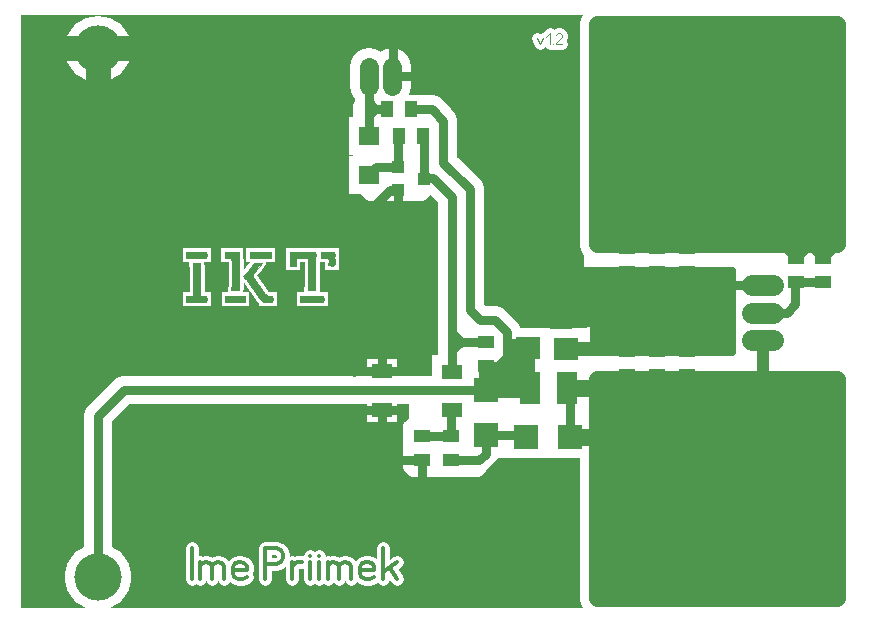
<source format=gbr>
%FSLAX34Y34*%
%MOMM*%
%LNCOPPER_BOTTOM*%
G71*
G01*
%ADD10C,3.000*%
%ADD11C,2.600*%
%ADD12C,2.600*%
%ADD13R,2.200X1.900*%
%ADD14C,1.600*%
%ADD15C,1.800*%
%ADD16R,2.550X3.600*%
%ADD17R,3.700X3.500*%
%ADD18R,3.600X3.600*%
%ADD19R,2.800X2.800*%
%ADD20R,3.400X2.900*%
%ADD21R,1.900X1.900*%
%ADD22R,1.900X2.200*%
%ADD23R,3.400X3.200*%
%ADD24C,3.200*%
%ADD25C,5.600*%
%ADD26C,2.200*%
%ADD27C,2.400*%
%ADD28C,2.000*%
%ADD29C,0.100*%
%ADD30C,0.500*%
%ADD31C,0.800*%
%ADD32R,2.600X2.100*%
%ADD33C,0.911*%
%ADD34C,1.000*%
%ADD35C,0.200*%
%ADD36C,1.133*%
%ADD37C,1.200*%
%ADD38C,1.300*%
%ADD39C,0.650*%
%ADD40C,1.400*%
%ADD41C,1.000*%
%ADD42R,1.400X1.100*%
%ADD43R,1.750X2.800*%
%ADD44R,2.100X1.900*%
%ADD45R,2.000X2.000*%
%ADD46R,1.800X1.300*%
%ADD47R,1.100X1.100*%
%ADD48R,1.100X1.400*%
%ADD49R,1.800X1.600*%
%ADD50C,4.000*%
%ADD51C,2.100*%
%ADD52C,0.111*%
%ADD53C,0.333*%
%ADD54C,0.600*%
%ADD55C,0.700*%
%ADD56C,0.050*%
%LPD*%
G36*
X0Y1000000D02*
X700000Y1000000D01*
X700000Y498000D01*
X0Y498000D01*
X0Y1000000D01*
G37*
%LPC*%
G36*
X487362Y992188D02*
X690562Y992188D01*
X690562Y806450D01*
X487362Y806450D01*
X487362Y992188D01*
G37*
G54D10*
X487362Y992188D02*
X690562Y992188D01*
X690562Y806450D01*
X487362Y806450D01*
X487362Y992188D01*
X588962Y947738D02*
G54D11*
D03*
G54D12*
X636838Y771300D02*
X618838Y771300D01*
G54D12*
X636838Y748300D02*
X618838Y748300D01*
G54D12*
X636838Y725300D02*
X618838Y725300D01*
X656412Y773925D02*
G54D13*
D03*
X656412Y794525D02*
G54D13*
D03*
X678638Y773925D02*
G54D13*
D03*
X678638Y794525D02*
G54D13*
D03*
G54D14*
X678638Y794525D02*
X666712Y806450D01*
X665162Y806450D01*
G54D14*
X678638Y794525D02*
X690562Y806450D01*
G54D14*
X656412Y794525D02*
X666712Y804825D01*
X666712Y806450D01*
G54D14*
X656412Y794525D02*
X644488Y806450D01*
X642938Y806450D01*
G54D15*
X627838Y725300D02*
X627838Y685800D01*
X627062Y685800D01*
G54D14*
X627838Y748300D02*
X648288Y748300D01*
X655638Y755650D01*
X655638Y773150D01*
X656412Y773925D01*
X678638Y773925D01*
X512762Y782638D02*
G54D13*
D03*
X512762Y803238D02*
G54D13*
D03*
X538162Y782638D02*
G54D13*
D03*
X538162Y803238D02*
G54D13*
D03*
X563562Y782638D02*
G54D13*
D03*
X563562Y803238D02*
G54D13*
D03*
X512762Y695325D02*
G54D13*
D03*
X512762Y715925D02*
G54D13*
D03*
X538162Y695325D02*
G54D13*
D03*
X538162Y715925D02*
G54D13*
D03*
X563562Y695325D02*
G54D13*
D03*
X563562Y715925D02*
G54D13*
D03*
G54D14*
X627838Y771300D02*
X573312Y771300D01*
X573088Y771525D01*
X461962Y684212D02*
G54D16*
D03*
X430962Y684212D02*
G54D16*
D03*
X429094Y717849D02*
G54D17*
D03*
X461594Y717749D02*
G54D17*
D03*
X465138Y642938D02*
G54D18*
D03*
X427538Y642838D02*
G54D18*
D03*
X393900Y682326D02*
G54D19*
D03*
X394000Y644726D02*
G54D19*
D03*
X364312Y643712D02*
G54D13*
D03*
X364312Y623112D02*
G54D13*
D03*
X339725Y623094D02*
G54D13*
D03*
X339725Y643694D02*
G54D13*
D03*
X364657Y665531D02*
G54D20*
D03*
X364757Y698031D02*
G54D20*
D03*
X318940Y871240D02*
G54D21*
D03*
X318940Y852240D02*
G54D21*
D03*
X341140Y861740D02*
G54D21*
D03*
X393900Y703064D02*
G54D13*
D03*
X393900Y723664D02*
G54D13*
D03*
X340371Y897434D02*
G54D22*
D03*
X319771Y897434D02*
G54D22*
D03*
X294336Y864892D02*
G54D23*
D03*
X294436Y897392D02*
G54D23*
D03*
X330200Y920750D02*
G54D22*
D03*
X309600Y920750D02*
G54D22*
D03*
G54D24*
X314481Y940405D02*
X314481Y956405D01*
G54D24*
X294481Y940405D02*
X294481Y956405D01*
X65424Y971337D02*
G54D25*
D03*
X65424Y524337D02*
G54D25*
D03*
G36*
X690562Y506412D02*
X487362Y506412D01*
X487362Y692150D01*
X690562Y692150D01*
X690562Y506412D01*
G37*
G54D10*
X690562Y506412D02*
X487362Y506412D01*
X487362Y692150D01*
X690562Y692150D01*
X690562Y506412D01*
X588962Y550862D02*
G54D11*
D03*
G54D14*
X465138Y642938D02*
X465138Y681038D01*
X461962Y684212D01*
G54D26*
X461962Y684212D02*
X492000Y684212D01*
X492125Y684088D01*
G54D14*
X393900Y682326D02*
X429076Y682326D01*
X430962Y684212D01*
G54D14*
X394000Y644726D02*
X425649Y644726D01*
X427538Y642838D01*
G54D14*
X318940Y871240D02*
X318940Y896603D01*
X319771Y897434D01*
G54D14*
X341140Y861740D02*
X341140Y896666D01*
X340371Y897434D01*
G54D14*
X364312Y623112D02*
X388161Y623112D01*
X393700Y628650D01*
X393700Y644426D01*
X394000Y644726D01*
G54D14*
X339725Y643694D02*
X364294Y643694D01*
X364312Y643712D01*
G54D14*
X364312Y643712D02*
X364312Y665186D01*
X364657Y665531D01*
G54D14*
X393900Y682326D02*
X393900Y703064D01*
G54D14*
X393900Y723664D02*
X372467Y723664D01*
X366136Y717333D01*
G54D14*
X372467Y723664D02*
X372467Y723702D01*
X366136Y730033D01*
G54D14*
X430962Y684212D02*
X430962Y709531D01*
X430212Y710281D01*
G54D27*
X294436Y897392D02*
X294436Y934866D01*
X294481Y948405D01*
G54D14*
X393900Y703064D02*
X403819Y703064D01*
X411162Y710407D01*
X430087Y710407D01*
X430212Y710281D01*
G36*
X393900Y703064D02*
X403819Y703064D01*
X411162Y710407D01*
X430087Y710407D01*
X430212Y710281D01*
X430212Y684962D01*
X430962Y684212D01*
X395786Y684212D01*
X393900Y682326D01*
X393900Y703064D01*
G37*
G54D14*
X393900Y703064D02*
X403819Y703064D01*
X411162Y710407D01*
X430087Y710407D01*
X430212Y710281D01*
X430212Y684962D01*
X430962Y684212D01*
X395786Y684212D01*
X393900Y682326D01*
X393900Y703064D01*
G54D27*
X309600Y920750D02*
X300038Y920750D01*
X294481Y926307D01*
G54D27*
X300038Y920750D02*
X294481Y915194D01*
G54D27*
X364757Y698031D02*
X364757Y846506D01*
X349250Y862013D01*
X341412Y862013D01*
X341140Y861740D01*
G54D14*
X429094Y717849D02*
X412255Y717849D01*
X411956Y717550D01*
G54D14*
X390922Y701676D02*
X390922Y690960D01*
X387947Y687785D01*
G54D27*
X330200Y920750D02*
X347662Y920750D01*
X357584Y910829D01*
X357584Y875110D01*
X380206Y852488D01*
X380206Y750491D01*
X388541Y742157D01*
X401241Y742157D01*
X411560Y731838D01*
X411560Y710804D01*
X403819Y703064D01*
G54D14*
X427434Y722710D02*
X413941Y722710D01*
G54D14*
X400050Y679847D02*
X428228Y679847D01*
X429022Y679054D01*
G54D27*
X393900Y682326D02*
X87388Y682326D01*
X65400Y660338D01*
X65400Y524361D01*
X65424Y524337D01*
G54D14*
X294336Y864892D02*
X300684Y871240D01*
X318940Y871240D01*
G54D28*
X461605Y717738D02*
X495000Y717738D01*
G36*
X477000Y999938D02*
X699200Y999938D01*
X699400Y785938D01*
X476800Y787338D01*
X477000Y999938D01*
G37*
G54D29*
X477000Y999938D02*
X699200Y999938D01*
X699400Y785938D01*
X476800Y787338D01*
X477000Y999938D01*
G36*
X477000Y710738D02*
X699200Y710738D01*
X699200Y499138D01*
X477000Y499138D01*
X477000Y710738D01*
G37*
G54D29*
X477000Y710738D02*
X699200Y710738D01*
X699200Y499138D01*
X477000Y499138D01*
X477000Y710738D01*
G36*
X508825Y824738D02*
X698825Y824738D01*
X698825Y647538D01*
X508825Y647538D01*
X508825Y824738D01*
G37*
G54D29*
X508825Y824738D02*
X698825Y824738D01*
X698825Y647538D01*
X508825Y647538D01*
X508825Y824738D01*
G36*
X364757Y698031D02*
X364325Y698464D01*
X364325Y754538D01*
X365912Y756125D01*
X380206Y756119D01*
X380206Y750491D01*
X402828Y750094D01*
X423785Y729138D01*
X484975Y733106D01*
X484975Y708500D01*
X477038Y700562D01*
X477038Y630712D01*
X473388Y627857D01*
X403225Y627857D01*
X387824Y611662D01*
X330988Y611662D01*
X326225Y616425D01*
X326225Y652938D01*
X330988Y657700D01*
X330988Y673575D01*
X364757Y677182D01*
X364757Y698031D01*
G37*
G54D30*
X364757Y698031D02*
X364325Y698464D01*
X364325Y754538D01*
X365912Y756125D01*
X380206Y756119D01*
X380206Y750491D01*
X402828Y750094D01*
X423785Y729138D01*
X484975Y733106D01*
X484975Y708500D01*
X477038Y700562D01*
X477038Y630712D01*
X473388Y627857D01*
X403225Y627857D01*
X387824Y611662D01*
X330988Y611662D01*
X326225Y616425D01*
X326225Y652938D01*
X330988Y657700D01*
X330988Y673575D01*
X364757Y677182D01*
X364757Y698031D01*
G36*
X294436Y934866D02*
X283362Y923793D01*
X283362Y856138D01*
X294475Y845025D01*
X340512Y845025D01*
X357584Y862097D01*
X357584Y910829D01*
X339250Y929162D01*
X300825Y929162D01*
X297650Y925988D01*
X288125Y925988D01*
X294436Y934866D01*
G37*
G54D30*
X294436Y934866D02*
X283362Y923793D01*
X283362Y856138D01*
X294475Y845025D01*
X340512Y845025D01*
X357584Y862097D01*
X357584Y910829D01*
X339250Y929162D01*
X300825Y929162D01*
X297650Y925988D01*
X288125Y925988D01*
X294436Y934866D01*
G36*
X314481Y948405D02*
X315112Y947774D01*
X315112Y922812D01*
X296062Y922812D01*
X294481Y924394D01*
X294481Y948405D01*
X314481Y948405D01*
G37*
G54D31*
X314481Y948405D02*
X315112Y947774D01*
X315112Y922812D01*
X296062Y922812D01*
X294481Y924394D01*
X294481Y948405D01*
X314481Y948405D01*
X305914Y666006D02*
G54D32*
D03*
X306014Y698506D02*
G54D32*
D03*
G54D26*
X465138Y642938D02*
X495175Y642938D01*
X495300Y642812D01*
G54D33*
X436916Y980807D02*
X439582Y975807D01*
X442249Y980807D01*
G54D33*
X444692Y981363D02*
X448026Y984696D01*
X448026Y975807D01*
G54D33*
X450470Y975807D02*
X450470Y975807D01*
G54D33*
X458247Y975807D02*
X452914Y975807D01*
X452914Y976363D01*
X453580Y977474D01*
X457580Y980807D01*
X458247Y981918D01*
X458247Y983029D01*
X457580Y984140D01*
X456247Y984696D01*
X454914Y984696D01*
X453580Y984140D01*
X452914Y983029D01*
G36*
X5000Y492000D02*
X704000Y492000D01*
X7000Y492000D01*
X8000Y492000D01*
X5000Y492000D01*
G37*
G36*
X704000Y492000D02*
X704000Y995000D01*
X704000Y492000D01*
G37*
G54D34*
X704000Y492000D02*
X704000Y995000D01*
X704000Y492000D01*
G36*
X704000Y497000D02*
X704000Y452000D01*
X1000Y452000D01*
X1000Y496000D01*
X704000Y497000D01*
G37*
G54D35*
X704000Y497000D02*
X704000Y452000D01*
X1000Y452000D01*
X1000Y496000D01*
X704000Y497000D01*
G36*
X744000Y999000D02*
X744000Y452000D01*
X704000Y452000D01*
X704000Y999000D01*
X744000Y999000D01*
G37*
G54D35*
X744000Y999000D02*
X744000Y452000D01*
X704000Y452000D01*
X704000Y999000D01*
X744000Y999000D01*
G54D36*
X144508Y522334D02*
X144508Y549001D01*
G54D36*
X151841Y522334D02*
X151841Y537334D01*
G54D36*
X151841Y534667D02*
X155841Y537334D01*
X159841Y536334D01*
X161841Y534001D01*
X161841Y522334D01*
G54D36*
X161841Y534667D02*
X165841Y537334D01*
X169841Y536334D01*
X171841Y534001D01*
X171841Y522334D01*
G54D36*
X191174Y524001D02*
X187974Y522334D01*
X183974Y522334D01*
X179974Y524001D01*
X179174Y527334D01*
X179174Y533001D01*
X181174Y536334D01*
X185174Y537334D01*
X189174Y536334D01*
X191174Y534001D01*
X191174Y530667D01*
X179174Y530667D01*
G54D36*
X206240Y522334D02*
X206240Y549001D01*
X216240Y549001D01*
X220240Y547334D01*
X222240Y544001D01*
X222240Y540667D01*
X220240Y537334D01*
X216240Y535667D01*
X206240Y535667D01*
G54D36*
X229573Y522334D02*
X229573Y537334D01*
G54D36*
X229573Y534001D02*
X233573Y537334D01*
X237573Y537334D01*
G54D36*
X244906Y522334D02*
X244906Y537334D01*
G54D36*
X244906Y542334D02*
X244906Y542334D01*
G54D36*
X252239Y522334D02*
X252239Y537334D01*
G54D36*
X252239Y542334D02*
X252239Y542334D01*
G54D36*
X259572Y522334D02*
X259572Y537334D01*
G54D36*
X259572Y534667D02*
X263572Y537334D01*
X267572Y536334D01*
X269572Y534001D01*
X269572Y522334D01*
G54D36*
X269572Y534667D02*
X273572Y537334D01*
X277572Y536334D01*
X279572Y534001D01*
X279572Y522334D01*
G54D36*
X298905Y524001D02*
X295705Y522334D01*
X291705Y522334D01*
X287705Y524001D01*
X286905Y527334D01*
X286905Y533001D01*
X288905Y536334D01*
X292905Y537334D01*
X296905Y536334D01*
X298905Y534001D01*
X298905Y530667D01*
X286905Y530667D01*
G54D36*
X306238Y522334D02*
X306238Y549001D01*
G54D36*
X312238Y532334D02*
X318238Y522334D01*
G54D36*
X306238Y529001D02*
X318238Y537334D01*
G54D37*
X142900Y796900D02*
X154600Y796900D01*
G36*
X142900Y802900D02*
X142900Y790900D01*
X136900Y790900D01*
X136900Y802900D01*
X142900Y802900D01*
G37*
G36*
X154600Y790900D02*
X154600Y802900D01*
X160600Y802900D01*
X160600Y790900D01*
X154600Y790900D01*
G37*
G54D37*
X175600Y796900D02*
X182200Y796900D01*
G36*
X175600Y802900D02*
X175600Y790900D01*
X169600Y790900D01*
X169600Y802900D01*
X175600Y802900D01*
G37*
G36*
X182200Y790900D02*
X182200Y802900D01*
X188200Y802900D01*
X188200Y790900D01*
X182200Y790900D01*
G37*
G54D37*
X196900Y796900D02*
X209300Y796900D01*
G36*
X196900Y802900D02*
X196900Y790900D01*
X190900Y790900D01*
X190900Y802900D01*
X196900Y802900D01*
G37*
G36*
X209300Y790900D02*
X209300Y802900D01*
X215300Y802900D01*
X215300Y790900D01*
X209300Y790900D01*
G37*
G54D37*
X230500Y796900D02*
X247000Y796900D01*
G36*
X230500Y802900D02*
X230500Y790900D01*
X224500Y790900D01*
X224500Y802900D01*
X230500Y802900D01*
G37*
G36*
X247000Y790900D02*
X247000Y802900D01*
X253000Y802900D01*
X253000Y790900D01*
X247000Y790900D01*
G37*
G54D37*
X256700Y796900D02*
X263100Y796900D01*
G36*
X256700Y802900D02*
X256700Y790900D01*
X250700Y790900D01*
X250700Y802900D01*
X256700Y802900D01*
G37*
G36*
X263100Y790900D02*
X263100Y802900D01*
X269100Y802900D01*
X269100Y790900D01*
X263100Y790900D01*
G37*
G54D38*
X148800Y787100D02*
X148800Y760200D01*
G36*
X155300Y787100D02*
X142300Y787100D01*
X142300Y793600D01*
X155300Y793600D01*
X155300Y787100D01*
G37*
G36*
X142300Y760200D02*
X155300Y760200D01*
X155300Y753700D01*
X142300Y753700D01*
X142300Y760200D01*
G37*
G54D38*
X181700Y792000D02*
X181700Y770000D01*
G36*
X188200Y792000D02*
X175200Y792000D01*
X175200Y798500D01*
X188200Y798500D01*
X188200Y792000D01*
G37*
G36*
X175200Y770000D02*
X188200Y770000D01*
X188200Y763500D01*
X175200Y763500D01*
X175200Y770000D01*
G37*
G54D38*
X246500Y792700D02*
X246500Y769900D01*
G36*
X253000Y792700D02*
X240000Y792700D01*
X240000Y799200D01*
X253000Y799200D01*
X253000Y792700D01*
G37*
G36*
X240000Y769900D02*
X253000Y769900D01*
X253000Y763400D01*
X240000Y763400D01*
X240000Y769900D01*
G37*
G54D37*
X230500Y792500D02*
X230500Y790200D01*
G36*
X236500Y792500D02*
X224500Y792500D01*
X224500Y798500D01*
X236500Y798500D01*
X236500Y792500D01*
G37*
G36*
X224500Y790200D02*
X236500Y790200D01*
X236500Y784200D01*
X224500Y784200D01*
X224500Y790200D01*
G37*
G54D37*
X263100Y792700D02*
X263100Y790600D01*
G36*
X269100Y792700D02*
X257100Y792700D01*
X257100Y798700D01*
X269100Y798700D01*
X269100Y792700D01*
G37*
G36*
X257100Y790600D02*
X269100Y790600D01*
X269100Y784600D01*
X257100Y784600D01*
X257100Y790600D01*
G37*
G54D37*
X239400Y759700D02*
X253800Y759700D01*
G36*
X239400Y765700D02*
X239400Y753700D01*
X233400Y753700D01*
X233400Y765700D01*
X239400Y765700D01*
G37*
G36*
X253800Y753700D02*
X253800Y765700D01*
X259800Y765700D01*
X259800Y753700D01*
X253800Y753700D01*
G37*
G54D37*
X142900Y759700D02*
X154700Y759700D01*
G36*
X142900Y765700D02*
X142900Y753700D01*
X136900Y753700D01*
X136900Y765700D01*
X142900Y765700D01*
G37*
G36*
X154700Y753700D02*
X154700Y765700D01*
X160700Y765700D01*
X160700Y753700D01*
X154700Y753700D01*
G37*
G54D37*
X175900Y759700D02*
X187300Y759700D01*
G36*
X175900Y765700D02*
X175900Y753700D01*
X169900Y753700D01*
X169900Y765700D01*
X175900Y765700D01*
G37*
G36*
X187300Y753700D02*
X187300Y765700D01*
X193300Y765700D01*
X193300Y753700D01*
X187300Y753700D01*
G37*
G54D37*
X207500Y759700D02*
X210500Y759700D01*
G36*
X207500Y765700D02*
X207500Y753700D01*
X201500Y753700D01*
X201500Y765700D01*
X207500Y765700D01*
G37*
G36*
X210500Y753700D02*
X210500Y765700D01*
X216500Y765700D01*
X216500Y753700D01*
X210500Y753700D01*
G37*
G54D38*
X192700Y778200D02*
X205200Y761600D01*
G36*
X197892Y782110D02*
X187508Y774290D01*
X183598Y779482D01*
X193982Y787302D01*
X197892Y782110D01*
G37*
G36*
X200008Y757690D02*
X210392Y765510D01*
X214302Y760318D01*
X203918Y752498D01*
X200008Y757690D01*
G37*
G54D37*
X192017Y779152D02*
X197500Y785900D01*
G36*
X187360Y782935D02*
X196673Y775368D01*
X192890Y770711D01*
X183576Y778279D01*
X187360Y782935D01*
G37*
G36*
X202157Y782116D02*
X192843Y789684D01*
X196627Y794340D01*
X205940Y786773D01*
X202157Y782116D01*
G37*
G36*
X197234Y789935D02*
X204400Y789900D01*
X201533Y786502D01*
X197300Y789900D01*
X197234Y789935D01*
G37*
G54D39*
X197234Y789935D02*
X204400Y789900D01*
X201533Y786502D01*
X197300Y789900D01*
X197234Y789935D01*
%LPD*%
G36*
X487362Y992188D02*
X690562Y992188D01*
X690562Y806450D01*
X487362Y806450D01*
X487362Y992188D01*
G37*
G54D40*
X487362Y992188D02*
X690562Y992188D01*
X690562Y806450D01*
X487362Y806450D01*
X487362Y992188D01*
X588962Y947738D02*
G54D41*
D03*
G54D15*
X636838Y771300D02*
X618838Y771300D01*
G54D15*
X636838Y748300D02*
X618838Y748300D01*
G54D15*
X636838Y725300D02*
X618838Y725300D01*
X656412Y773925D02*
G54D42*
D03*
X656412Y794525D02*
G54D42*
D03*
X678638Y773925D02*
G54D42*
D03*
X678638Y794525D02*
G54D42*
D03*
G54D31*
X678638Y794525D02*
X666712Y806450D01*
X665162Y806450D01*
G54D31*
X678638Y794525D02*
X690562Y806450D01*
G54D31*
X656412Y794525D02*
X666712Y804825D01*
X666712Y806450D01*
G54D31*
X656412Y794525D02*
X644488Y806450D01*
X642938Y806450D01*
G54D34*
X627838Y725300D02*
X627838Y685800D01*
X627062Y685800D01*
G54D31*
X627838Y748300D02*
X648288Y748300D01*
X655638Y755650D01*
X655638Y773150D01*
X656412Y773925D01*
X678638Y773925D01*
X512762Y782638D02*
G54D42*
D03*
X512762Y803238D02*
G54D42*
D03*
X538162Y782638D02*
G54D42*
D03*
X538162Y803238D02*
G54D42*
D03*
X563562Y782638D02*
G54D42*
D03*
X563562Y803238D02*
G54D42*
D03*
X512762Y695325D02*
G54D42*
D03*
X512762Y715925D02*
G54D42*
D03*
X538162Y695325D02*
G54D42*
D03*
X538162Y715925D02*
G54D42*
D03*
X563562Y695325D02*
G54D42*
D03*
X563562Y715925D02*
G54D42*
D03*
G36*
X484188Y784225D02*
X603250Y784225D01*
X603250Y714375D01*
X484188Y714375D01*
X484188Y784225D01*
G37*
G54D30*
X484188Y784225D02*
X603250Y784225D01*
X603250Y714375D01*
X484188Y714375D01*
X484188Y784225D01*
G54D31*
X627838Y771300D02*
X573312Y771300D01*
X573088Y771525D01*
X461962Y684212D02*
G54D43*
D03*
X430962Y684212D02*
G54D43*
D03*
X429094Y717849D02*
G54D44*
D03*
X461594Y717749D02*
G54D44*
D03*
X465138Y642938D02*
G54D45*
D03*
X427538Y642838D02*
G54D45*
D03*
X393900Y682326D02*
G54D45*
D03*
X394000Y644726D02*
G54D45*
D03*
X364312Y643712D02*
G54D42*
D03*
X364312Y623112D02*
G54D42*
D03*
X339725Y623094D02*
G54D42*
D03*
X339725Y643694D02*
G54D42*
D03*
X364657Y665531D02*
G54D46*
D03*
X364757Y698031D02*
G54D46*
D03*
X318940Y871240D02*
G54D47*
D03*
X318940Y852240D02*
G54D47*
D03*
X341140Y861740D02*
G54D47*
D03*
X393900Y703064D02*
G54D42*
D03*
X393900Y723664D02*
G54D42*
D03*
X340371Y897434D02*
G54D48*
D03*
X319771Y897434D02*
G54D48*
D03*
X294336Y864892D02*
G54D49*
D03*
X294436Y897392D02*
G54D49*
D03*
X330200Y920750D02*
G54D48*
D03*
X309600Y920750D02*
G54D48*
D03*
G54D14*
X314481Y940405D02*
X314481Y956405D01*
G54D14*
X294481Y940405D02*
X294481Y956405D01*
X65424Y971337D02*
G54D50*
D03*
X65424Y524337D02*
G54D50*
D03*
G36*
X690562Y506412D02*
X487362Y506412D01*
X487362Y692150D01*
X690562Y692150D01*
X690562Y506412D01*
G37*
G54D40*
X690562Y506412D02*
X487362Y506412D01*
X487362Y692150D01*
X690562Y692150D01*
X690562Y506412D01*
X588962Y550862D02*
G54D41*
D03*
G54D31*
X465138Y642938D02*
X465138Y681038D01*
X461962Y684212D01*
G54D40*
X461962Y684212D02*
X492000Y684212D01*
X492125Y684088D01*
G54D31*
X393900Y682326D02*
X429076Y682326D01*
X430962Y684212D01*
G54D31*
X394000Y644726D02*
X425649Y644726D01*
X427538Y642838D01*
G54D31*
X318940Y871240D02*
X318940Y896603D01*
X319771Y897434D01*
G54D31*
X341140Y861740D02*
X341140Y896666D01*
X340371Y897434D01*
G54D31*
X364312Y623112D02*
X388161Y623112D01*
X393700Y628650D01*
X393700Y644426D01*
X394000Y644726D01*
G54D31*
X339725Y643694D02*
X364294Y643694D01*
X364312Y643712D01*
G54D31*
X364312Y643712D02*
X364312Y665186D01*
X364657Y665531D01*
G54D31*
X393900Y682326D02*
X393900Y703064D01*
G54D31*
X393900Y723664D02*
X372467Y723664D01*
X366136Y717333D01*
G54D31*
X372467Y723664D02*
X372467Y723702D01*
X366136Y730033D01*
G54D31*
X430962Y684212D02*
X430962Y709531D01*
X430212Y710281D01*
G54D31*
X294436Y897392D02*
X294436Y934866D01*
X294481Y948405D01*
G54D31*
X393900Y703064D02*
X403819Y703064D01*
X411162Y710407D01*
X430087Y710407D01*
X430212Y710281D01*
G36*
X393900Y703064D02*
X403819Y703064D01*
X411162Y710407D01*
X430087Y710407D01*
X430212Y710281D01*
X430212Y684962D01*
X430962Y684212D01*
X395786Y684212D01*
X393900Y682326D01*
X393900Y703064D01*
G37*
G54D31*
X393900Y703064D02*
X403819Y703064D01*
X411162Y710407D01*
X430087Y710407D01*
X430212Y710281D01*
X430212Y684962D01*
X430962Y684212D01*
X395786Y684212D01*
X393900Y682326D01*
X393900Y703064D01*
G54D31*
X309600Y920750D02*
X300038Y920750D01*
X294481Y926307D01*
G54D31*
X300038Y920750D02*
X294481Y915194D01*
G54D31*
X364757Y698031D02*
X364757Y846506D01*
X349250Y862013D01*
X341412Y862013D01*
X341140Y861740D01*
G54D31*
X429094Y717849D02*
X412255Y717849D01*
X411956Y717550D01*
G54D31*
X390922Y701676D02*
X390922Y690960D01*
X387947Y687785D01*
G54D31*
X330200Y920750D02*
X347662Y920750D01*
X357584Y910829D01*
X357584Y875110D01*
X380206Y852488D01*
X380206Y750491D01*
X388541Y742157D01*
X401241Y742157D01*
X411560Y731838D01*
X411560Y710804D01*
X403819Y703064D01*
G54D31*
X427434Y722710D02*
X413941Y722710D01*
G54D31*
X400050Y679847D02*
X428228Y679847D01*
X429022Y679054D01*
G54D31*
X393900Y682326D02*
X87388Y682326D01*
X65400Y660338D01*
X65400Y524361D01*
X65424Y524337D01*
G54D31*
X294336Y864892D02*
X300684Y871240D01*
X318940Y871240D01*
G54D37*
X461605Y717738D02*
X495000Y717738D01*
G54D31*
X314481Y948405D02*
X314674Y948212D01*
X340512Y948212D01*
G54D31*
X314481Y948405D02*
X315112Y949036D01*
X315112Y973612D01*
G54D31*
X318940Y852240D02*
X318940Y830738D01*
X319875Y830738D01*
G54D31*
X318940Y852240D02*
X312803Y852240D01*
X294475Y833912D01*
G54D51*
X24600Y972025D02*
X121438Y972025D01*
G54D51*
X65424Y971337D02*
X65424Y923264D01*
X65875Y924400D01*
X305914Y666006D02*
G54D46*
D03*
X306014Y698506D02*
G54D46*
D03*
G54D31*
X306014Y698506D02*
X282100Y698506D01*
X281775Y698181D01*
G54D31*
X306014Y698506D02*
X333694Y698506D01*
X334956Y699769D01*
G54D31*
X306014Y698506D02*
X306014Y719245D01*
X306381Y719612D01*
G54D31*
X305914Y666006D02*
X305914Y643086D01*
X307175Y641825D01*
G54D31*
X305914Y666006D02*
X280556Y666006D01*
X280188Y665638D01*
G54D31*
X305914Y666006D02*
X324269Y666006D01*
X323844Y661669D01*
G54D31*
X339725Y623094D02*
X339719Y596581D01*
G54D31*
X339725Y623094D02*
X313050Y623094D01*
X312731Y622775D01*
G54D40*
X465138Y642938D02*
X495175Y642938D01*
X495300Y642812D01*
G54D52*
X436916Y980807D02*
X439582Y975807D01*
X442249Y980807D01*
G54D52*
X444692Y981363D02*
X448026Y984696D01*
X448026Y975807D01*
G54D52*
X450470Y975807D02*
X450470Y975807D01*
G54D52*
X458247Y975807D02*
X452914Y975807D01*
X452914Y976363D01*
X453580Y977474D01*
X457580Y980807D01*
X458247Y981918D01*
X458247Y983029D01*
X457580Y984140D01*
X456247Y984696D01*
X454914Y984696D01*
X453580Y984140D01*
X452914Y983029D01*
G54D53*
X144508Y522334D02*
X144508Y549001D01*
G54D53*
X151841Y522334D02*
X151841Y537334D01*
G54D53*
X151841Y534667D02*
X155841Y537334D01*
X159841Y536334D01*
X161841Y534001D01*
X161841Y522334D01*
G54D53*
X161841Y534667D02*
X165841Y537334D01*
X169841Y536334D01*
X171841Y534001D01*
X171841Y522334D01*
G54D53*
X191174Y524001D02*
X187974Y522334D01*
X183974Y522334D01*
X179974Y524001D01*
X179174Y527334D01*
X179174Y533001D01*
X181174Y536334D01*
X185174Y537334D01*
X189174Y536334D01*
X191174Y534001D01*
X191174Y530667D01*
X179174Y530667D01*
G54D53*
X206240Y522334D02*
X206240Y549001D01*
X216240Y549001D01*
X220240Y547334D01*
X222240Y544001D01*
X222240Y540667D01*
X220240Y537334D01*
X216240Y535667D01*
X206240Y535667D01*
G54D53*
X229573Y522334D02*
X229573Y537334D01*
G54D53*
X229573Y534001D02*
X233573Y537334D01*
X237573Y537334D01*
G54D53*
X244906Y522334D02*
X244906Y537334D01*
G54D53*
X244906Y542334D02*
X244906Y542334D01*
G54D53*
X252239Y522334D02*
X252239Y537334D01*
G54D53*
X252239Y542334D02*
X252239Y542334D01*
G54D53*
X259572Y522334D02*
X259572Y537334D01*
G54D53*
X259572Y534667D02*
X263572Y537334D01*
X267572Y536334D01*
X269572Y534001D01*
X269572Y522334D01*
G54D53*
X269572Y534667D02*
X273572Y537334D01*
X277572Y536334D01*
X279572Y534001D01*
X279572Y522334D01*
G54D53*
X298905Y524001D02*
X295705Y522334D01*
X291705Y522334D01*
X287705Y524001D01*
X286905Y527334D01*
X286905Y533001D01*
X288905Y536334D01*
X292905Y537334D01*
X296905Y536334D01*
X298905Y534001D01*
X298905Y530667D01*
X286905Y530667D01*
G54D53*
X306238Y522334D02*
X306238Y549001D01*
G54D53*
X312238Y532334D02*
X318238Y522334D01*
G54D53*
X306238Y529001D02*
X318238Y537334D01*
G54D54*
X142900Y796900D02*
X154600Y796900D01*
G36*
X142900Y799900D02*
X142900Y793900D01*
X139900Y793900D01*
X139900Y799900D01*
X142900Y799900D01*
G37*
G36*
X154600Y793900D02*
X154600Y799900D01*
X157600Y799900D01*
X157600Y793900D01*
X154600Y793900D01*
G37*
G54D54*
X175600Y796900D02*
X182200Y796900D01*
G36*
X175600Y799900D02*
X175600Y793900D01*
X172600Y793900D01*
X172600Y799900D01*
X175600Y799900D01*
G37*
G36*
X182200Y793900D02*
X182200Y799900D01*
X185200Y799900D01*
X185200Y793900D01*
X182200Y793900D01*
G37*
G54D54*
X196900Y796900D02*
X209300Y796900D01*
G36*
X196900Y799900D02*
X196900Y793900D01*
X193900Y793900D01*
X193900Y799900D01*
X196900Y799900D01*
G37*
G36*
X209300Y793900D02*
X209300Y799900D01*
X212300Y799900D01*
X212300Y793900D01*
X209300Y793900D01*
G37*
G54D54*
X230500Y796900D02*
X247000Y796900D01*
G36*
X230500Y799900D02*
X230500Y793900D01*
X227500Y793900D01*
X227500Y799900D01*
X230500Y799900D01*
G37*
G36*
X247000Y793900D02*
X247000Y799900D01*
X250000Y799900D01*
X250000Y793900D01*
X247000Y793900D01*
G37*
G54D54*
X256700Y796900D02*
X263100Y796900D01*
G36*
X256700Y799900D02*
X256700Y793900D01*
X253700Y793900D01*
X253700Y799900D01*
X256700Y799900D01*
G37*
G36*
X263100Y793900D02*
X263100Y799900D01*
X266100Y799900D01*
X266100Y793900D01*
X263100Y793900D01*
G37*
G54D55*
X148800Y787100D02*
X148800Y760200D01*
G36*
X152300Y787100D02*
X145300Y787100D01*
X145300Y790600D01*
X152300Y790600D01*
X152300Y787100D01*
G37*
G36*
X145300Y760200D02*
X152300Y760200D01*
X152300Y756700D01*
X145300Y756700D01*
X145300Y760200D01*
G37*
G54D55*
X181700Y792000D02*
X181700Y770000D01*
G36*
X185200Y792000D02*
X178200Y792000D01*
X178200Y795500D01*
X185200Y795500D01*
X185200Y792000D01*
G37*
G36*
X178200Y770000D02*
X185200Y770000D01*
X185200Y766500D01*
X178200Y766500D01*
X178200Y770000D01*
G37*
G54D55*
X246500Y792700D02*
X246500Y769900D01*
G36*
X250000Y792700D02*
X243000Y792700D01*
X243000Y796200D01*
X250000Y796200D01*
X250000Y792700D01*
G37*
G36*
X243000Y769900D02*
X250000Y769900D01*
X250000Y766400D01*
X243000Y766400D01*
X243000Y769900D01*
G37*
G54D54*
X230500Y792500D02*
X230500Y790200D01*
G36*
X233500Y792500D02*
X227500Y792500D01*
X227500Y795500D01*
X233500Y795500D01*
X233500Y792500D01*
G37*
G36*
X227500Y790200D02*
X233500Y790200D01*
X233500Y787200D01*
X227500Y787200D01*
X227500Y790200D01*
G37*
G54D54*
X263100Y792700D02*
X263100Y790600D01*
G36*
X266100Y792700D02*
X260100Y792700D01*
X260100Y795700D01*
X266100Y795700D01*
X266100Y792700D01*
G37*
G36*
X260100Y790600D02*
X266100Y790600D01*
X266100Y787600D01*
X260100Y787600D01*
X260100Y790600D01*
G37*
G54D54*
X239400Y759700D02*
X253800Y759700D01*
G36*
X239400Y762700D02*
X239400Y756700D01*
X236400Y756700D01*
X236400Y762700D01*
X239400Y762700D01*
G37*
G36*
X253800Y756700D02*
X253800Y762700D01*
X256800Y762700D01*
X256800Y756700D01*
X253800Y756700D01*
G37*
G54D54*
X142900Y759700D02*
X154700Y759700D01*
G36*
X142900Y762700D02*
X142900Y756700D01*
X139900Y756700D01*
X139900Y762700D01*
X142900Y762700D01*
G37*
G36*
X154700Y756700D02*
X154700Y762700D01*
X157700Y762700D01*
X157700Y756700D01*
X154700Y756700D01*
G37*
G54D54*
X175900Y759700D02*
X187300Y759700D01*
G36*
X175900Y762700D02*
X175900Y756700D01*
X172900Y756700D01*
X172900Y762700D01*
X175900Y762700D01*
G37*
G36*
X187300Y756700D02*
X187300Y762700D01*
X190300Y762700D01*
X190300Y756700D01*
X187300Y756700D01*
G37*
G54D54*
X207500Y759700D02*
X210500Y759700D01*
G36*
X207500Y762700D02*
X207500Y756700D01*
X204500Y756700D01*
X204500Y762700D01*
X207500Y762700D01*
G37*
G36*
X210500Y756700D02*
X210500Y762700D01*
X213500Y762700D01*
X213500Y756700D01*
X210500Y756700D01*
G37*
G54D55*
X192700Y778200D02*
X205200Y761600D01*
G36*
X195496Y780305D02*
X189904Y776095D01*
X187799Y778891D01*
X193391Y783101D01*
X195496Y780305D01*
G37*
G36*
X202404Y759495D02*
X207996Y763705D01*
X210101Y760909D01*
X204509Y756699D01*
X202404Y759495D01*
G37*
G54D54*
X192017Y779152D02*
X197500Y785900D01*
G36*
X189688Y781043D02*
X194345Y777260D01*
X192453Y774932D01*
X187797Y778715D01*
X189688Y781043D01*
G37*
G36*
X199828Y784008D02*
X195172Y787792D01*
X197064Y790120D01*
X201720Y786336D01*
X199828Y784008D01*
G37*
G36*
X197234Y789935D02*
X204400Y789900D01*
X201533Y786502D01*
X197300Y789900D01*
X197234Y789935D01*
G37*
G54D56*
X197234Y789935D02*
X204400Y789900D01*
X201533Y786502D01*
X197300Y789900D01*
X197234Y789935D01*
G54D35*
X202000Y752538D02*
X202143Y752681D01*
X206316Y752681D01*
M02*

</source>
